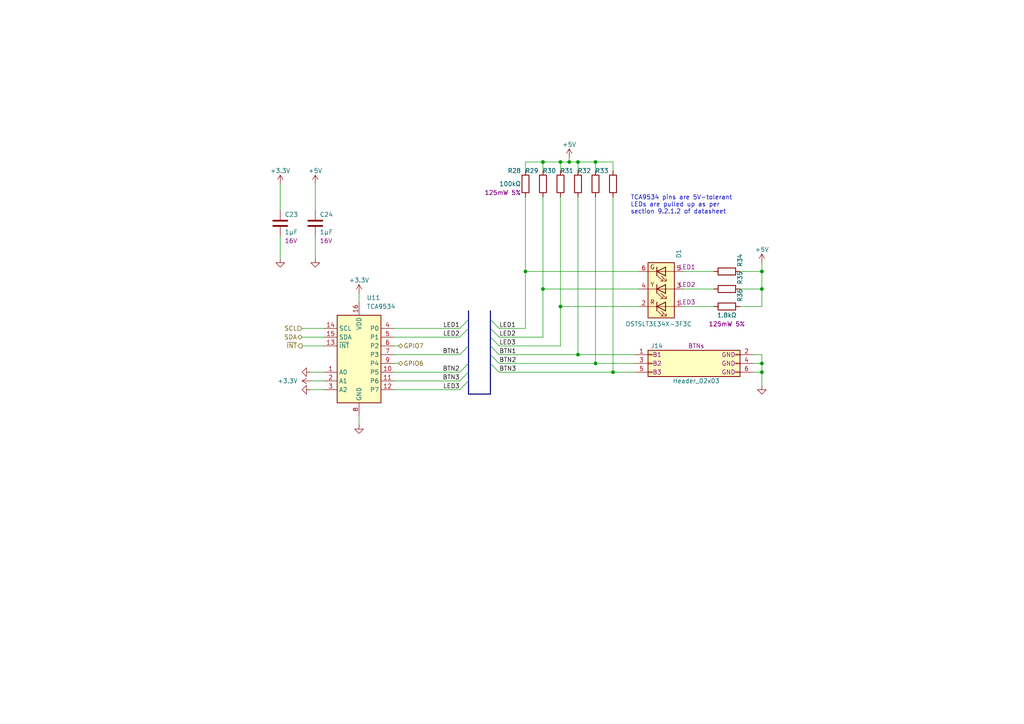
<source format=kicad_sch>
(kicad_sch (version 20231120) (generator "eeschema") (generator_version "8.0")
  (paper "A4")
  (lib_symbols
    (symbol "Device:C" (pin_numbers hide) (pin_names (offset 0.254))
      (property "Reference" "C" (at 0.635 2.54 0))
      (property "Value" "C" (at 0.635 -2.54 0))
      (symbol "C_0_1"
        (polyline (pts (xy -2.032 -0.762) (xy 2.032 -0.762)) (stroke (width 0.508)))
        (polyline (pts (xy -2.032 0.762) (xy 2.032 0.762)) (stroke (width 0.508)))
      )
      (symbol "C_1_1"
        (pin passive line (at 0 3.81 270) (length 2.794) (name "~") (number "1"))
        (pin passive line (at 0 -3.81 90) (length 2.794) (name "~") (number "2"))
      )
    )
    (symbol "Device:R" (pin_numbers hide) (pin_names (offset 0))
      (property "Reference" "R" (at 2.032 0 90))
      (property "Value" "R" (at 0 0 90))
      (symbol "R_0_1"
        (rectangle (start -1.016 -2.54) (end 1.016 2.54) (stroke (width 0.254)))
      )
      (symbol "R_1_1"
        (pin passive line (at 0 3.81 270) (length 1.27) (name "~") (number "1"))
        (pin passive line (at 0 -3.81 90) (length 1.27) (name "~") (number "2"))
      )
    )
    (symbol "Interface_Expansion:TCA9534"
      (property "Reference" "U" (at -6.35 12.7 0))
      (property "Value" "TCA9534" (at 2.54 12.7 0))
      (symbol "TCA9534_0_1"
        (rectangle (start -6.35 -13.97) (end 6.35 11.43) (stroke (width 0.254)) (fill (type background)))
      )
      (symbol "TCA9534_1_1"
        (pin input line (at -10.16 -5.08 0) (length 3.81) (name "A0") (number "1"))
        (pin bidirectional line (at 10.16 -5.08 180) (length 3.81) (name "P5") (number "10"))
        (pin bidirectional line (at 10.16 -7.62 180) (length 3.81) (name "P6") (number "11"))
        (pin bidirectional line (at 10.16 -10.16 180) (length 3.81) (name "P7") (number "12"))
        (pin open_collector line (at -10.16 2.54 0) (length 3.81) (name "~{INT}") (number "13"))
        (pin input line (at -10.16 7.62 0) (length 3.81) (name "SCL") (number "14"))
        (pin bidirectional line (at -10.16 5.08 0) (length 3.81) (name "SDA") (number "15"))
        (pin power_in line (at 0 15.24 270) (length 3.81) (name "VDD") (number "16"))
        (pin input line (at -10.16 -7.62 0) (length 3.81) (name "A1") (number "2"))
        (pin input line (at -10.16 -10.16 0) (length 3.81) (name "A2") (number "3"))
        (pin bidirectional line (at 10.16 7.62 180) (length 3.81) (name "P0") (number "4"))
        (pin bidirectional line (at 10.16 5.08 180) (length 3.81) (name "P1") (number "5"))
        (pin bidirectional line (at 10.16 2.54 180) (length 3.81) (name "P2") (number "6"))
        (pin bidirectional line (at 10.16 0 180) (length 3.81) (name "P3") (number "7"))
        (pin power_in line (at 0 -17.78 90) (length 3.81) (name "GND") (number "8"))
        (pin bidirectional line (at 10.16 -2.54 180) (length 3.81) (name "P4") (number "9"))
      )
    )
    (symbol "conn:Conn_02x03_Odd_Even" (pin_names (offset 1.016) hide)
      (property "Reference" "J" (at -11.43 5.08 0))
      (property "Value" "Conn_02x03_Odd_Even" (at 0 -5.08 0))
      (property "Purpose Pin1" "PIN1" (at -12.7 2.54 0))
      (property "Purpose Pin2" "PIN2" (at 11.43 2.54 0))
      (property "Purpose Pin3" "PIN3" (at -12.7 0 0))
      (property "Purpose Pin4" "PIN4" (at 11.43 0 0))
      (property "Purpose Pin5" "PIN5" (at -12.7 -2.54 0))
      (property "Purpose Pin6" "PIN6" (at 11.43 -2.54 0))
      (property "Purpose" "Header" (at 0 5.08 0))
      (symbol "Conn_02x03_Odd_Even_1_1"
        (rectangle (start -13.97 -2.413) (end -12.7 -2.667) (stroke (width 0.1524)))
        (rectangle (start -13.97 0.127) (end -12.7 -0.127) (stroke (width 0.1524)))
        (rectangle (start -13.97 2.667) (end -12.7 2.413) (stroke (width 0.1524)))
        (rectangle (start -13.97 3.81) (end 12.7 -3.81) (stroke (width 0.254)) (fill (type background)))
        (rectangle (start 12.7 -2.413) (end 11.43 -2.667) (stroke (width 0.1524)))
        (rectangle (start 12.7 0.127) (end 11.43 -0.127) (stroke (width 0.1524)))
        (rectangle (start 12.7 2.667) (end 11.43 2.413) (stroke (width 0.1524)))
        (pin passive line (at -17.78 2.54 0) (length 3.81) (name "Pin_1") (number "1"))
        (pin passive line (at 16.51 2.54 180) (length 3.81) (name "Pin_2") (number "2"))
        (pin passive line (at -17.78 0 0) (length 3.81) (name "Pin_3") (number "3"))
        (pin passive line (at 16.51 0 180) (length 3.81) (name "Pin_4") (number "4"))
        (pin passive line (at -17.78 -2.54 0) (length 3.81) (name "Pin_5") (number "5"))
        (pin passive line (at 16.51 -2.54 180) (length 3.81) (name "Pin_6") (number "6"))
      )
    )
    (symbol "extra:LED_RYG" (pin_names (offset 0) hide)
      (property "Reference" "D" (at 1.27 9.398 0))
      (property "Value" "LED_RYG" (at 1.27 -8.89 0))
      (property "Purpose LED1" "LED1" (at 7.62 6.35 0))
      (property "Purpose LED2" "LED2" (at 7.62 1.27 0))
      (property "Purpose LED3" "LED3" (at 7.62 -3.81 0))
      (symbol "LED_RYG_0_1"
        (rectangle (start -2.54 8.382) (end 5.08 -7.62) (stroke (width 0.254)) (fill (type background)))
        (polyline (pts (xy 0 -5.08) (xy -2.54 -5.08)))
        (polyline (pts (xy 0 -5.08) (xy 2.54 -5.08)))
        (polyline (pts (xy 0 -3.81) (xy 0 -6.35)) (stroke (width 0.254)))
        (polyline (pts (xy 0 0) (xy -2.54 0)))
        (polyline (pts (xy 0 1.27) (xy 0 -1.27)) (stroke (width 0.254)))
        (polyline (pts (xy 0 5.08) (xy -2.54 5.08)))
        (polyline (pts (xy 0 5.08) (xy 2.54 5.08)))
        (polyline (pts (xy 0 6.35) (xy 0 3.81)) (stroke (width 0.254)))
        (polyline (pts (xy 2.54 -5.08) (xy 5.08 -5.08)))
        (polyline (pts (xy 2.54 0) (xy 0 0)))
        (polyline (pts (xy 2.54 0) (xy 5.08 0)))
        (polyline (pts (xy 2.54 5.08) (xy 5.08 5.08)))
        (polyline (pts (xy 2.54 -3.81) (xy 2.54 -6.35) (xy 0 -5.08) (xy 2.54 -3.81)) (stroke (width 0.254)))
        (polyline (pts (xy 2.54 1.27) (xy 2.54 -1.27) (xy 0 0) (xy 2.54 1.27)) (stroke (width 0.254)))
        (polyline (pts (xy 2.54 6.35) (xy 2.54 3.81) (xy 0 5.08) (xy 2.54 6.35)) (stroke (width 0.254)))
        (polyline (pts (xy 0.254 -3.81) (xy 1.778 -2.286) (xy 1.016 -2.286) (xy 1.778 -2.286) (xy 1.778 -3.048)))
        (polyline (pts (xy 0.254 1.27) (xy 1.778 2.794) (xy 1.016 2.794) (xy 1.778 2.794) (xy 1.778 2.032)))
        (polyline (pts (xy 0.254 6.35) (xy 1.778 7.874) (xy 1.016 7.874) (xy 1.778 7.874) (xy 1.778 7.112)))
        (polyline (pts (xy 1.27 -3.81) (xy 2.794 -2.286) (xy 2.032 -2.286) (xy 2.794 -2.286) (xy 2.794 -3.048)))
        (polyline (pts (xy 1.27 1.27) (xy 2.794 2.794) (xy 2.032 2.794) (xy 2.794 2.794) (xy 2.794 2.032)))
        (polyline (pts (xy 1.27 6.35) (xy 2.794 7.874) (xy 2.032 7.874) (xy 2.794 7.874) (xy 2.794 7.112)))
        (rectangle (start 2.54 -1.27) (end 2.54 1.27))
        (rectangle (start 2.54 1.27) (end 2.54 1.27))
        (rectangle (start 2.54 3.81) (end 2.54 6.35))
        (rectangle (start 2.54 6.35) (end 2.54 6.35))
      )
      (symbol "LED_RYG_1_0"
        (text "G" (at -1.27 -6.35 0) (effects (font (size 1.27 1.27))))
        (text "R" (at -1.27 3.81 0) (effects (font (size 1.27 1.27))))
        (text "Y" (at -1.27 -1.27 0) (effects (font (size 1.27 1.27))))
      )
      (symbol "LED_RYG_1_1"
        (pin passive line (at 7.62 5.08 180) (length 2.54) (name "RA") (number "1"))
        (pin passive line (at -5.08 5.08 0) (length 2.54) (name "RK") (number "2"))
        (pin passive line (at 7.62 0 180) (length 2.54) (name "YA") (number "3"))
        (pin passive line (at -5.08 0 0) (length 2.54) (name "YK") (number "4"))
        (pin passive line (at 7.62 -5.08 180) (length 2.54) (name "GA") (number "5"))
        (pin passive line (at -5.08 -5.08 0) (length 2.54) (name "GK") (number "6"))
      )
    )
    (symbol "power:+3.3V" (power) (pin_names (offset 0))
      (property "Value" "+3.3V" (at 0 3.556 0))
      (symbol "+3.3V_0_1"
        (polyline (pts (xy -0.762 1.27) (xy 0 2.54)))
        (polyline (pts (xy 0 0) (xy 0 2.54)))
        (polyline (pts (xy 0 2.54) (xy 0.762 1.27)))
      )
      (symbol "+3.3V_1_1"
        (pin power_in line (at 0 0 90) (length 0) hide (name "+3.3V") (number "1"))
      )
    )
    (symbol "power:+5V" (power) (pin_names (offset 0))
      (property "Value" "+5V" (at 0 3.556 0))
      (symbol "+5V_0_1"
        (polyline (pts (xy -0.762 1.27) (xy 0 2.54)))
        (polyline (pts (xy 0 0) (xy 0 2.54)))
        (polyline (pts (xy 0 2.54) (xy 0.762 1.27)))
      )
      (symbol "+5V_1_1"
        (pin power_in line (at 0 0 90) (length 0) hide (name "+5V") (number "1"))
      )
    )
    (symbol "power:GND" (power) (pin_names (offset 0))
      (property "Value" "GND" (at 0 -3.81 0))
      (symbol "GND_0_1"
        (polyline (pts (xy 0 0) (xy 0 -1.27) (xy 1.27 -1.27) (xy 0 -2.54) (xy -1.27 -1.27) (xy 0 -1.27)))
      )
      (symbol "GND_1_1"
        (pin power_in line (at 0 0 270) (length 0) hide (name "GND") (number "1"))
      )
    )
  )
  (junction (at 172.72 46.99))
  (junction (at 167.64 46.99))
  (junction (at 177.8 107.95))
  (junction (at 162.56 46.99))
  (junction (at 157.48 46.99))
  (junction (at 172.72 105.41))
  (junction (at 152.4 78.74))
  (junction (at 220.98 83.82))
  (junction (at 220.98 105.41))
  (junction (at 220.98 78.74))
  (junction (at 162.56 88.9))
  (junction (at 157.48 83.82))
  (junction (at 165.1 46.99))
  (junction (at 167.64 102.87))
  (junction (at 220.98 107.95))
  (bus_entry (at 135.89 110.49) (size -2.54 2.54))
  (bus_entry (at 144.78 102.87) (size -2.54 -2.54))
  (bus_entry (at 144.78 105.41) (size -2.54 -2.54))
  (bus_entry (at 144.78 97.79) (size -2.54 -2.54))
  (bus_entry (at 135.89 95.25) (size -2.54 2.54))
  (bus_entry (at 135.89 92.71) (size -2.54 2.54))
  (bus_entry (at 135.89 105.41) (size -2.54 2.54))
  (bus_entry (at 144.78 95.25) (size -2.54 -2.54))
  (bus_entry (at 144.78 100.33) (size -2.54 -2.54))
  (bus_entry (at 135.89 107.95) (size -2.54 2.54))
  (bus_entry (at 135.89 100.33) (size -2.54 2.54))
  (bus_entry (at 144.78 107.95) (size -2.54 -2.54))
  (wire (pts (xy 144.78 105.41) (xy 172.72 105.41)))
  (wire (pts (xy 172.72 46.99) (xy 172.72 49.53)))
  (wire (pts (xy 167.64 102.87) (xy 184.15 102.87)))
  (wire (pts (xy 157.48 97.79) (xy 157.48 83.82)))
  (wire (pts (xy 165.1 46.99) (xy 162.56 46.99)))
  (wire (pts (xy 157.48 46.99) (xy 157.48 49.53)))
  (wire (pts (xy 114.3 110.49) (xy 133.35 110.49)))
  (wire (pts (xy 152.4 95.25) (xy 152.4 78.74)))
  (bus (pts (xy 135.89 90.17) (xy 135.89 92.71)))
  (bus (pts (xy 135.89 95.25) (xy 135.89 100.33)))
  (wire (pts (xy 218.44 105.41) (xy 220.98 105.41)))
  (wire (pts (xy 165.1 45.72) (xy 165.1 46.99)))
  (bus (pts (xy 142.24 95.25) (xy 142.24 97.79)))
  (wire (pts (xy 114.3 95.25) (xy 133.35 95.25)))
  (bus (pts (xy 142.24 97.79) (xy 142.24 100.33)))
  (wire (pts (xy 90.17 113.03) (xy 93.98 113.03)))
  (wire (pts (xy 152.4 57.15) (xy 152.4 78.74)))
  (bus (pts (xy 142.24 102.87) (xy 142.24 105.41)))
  (wire (pts (xy 218.44 107.95) (xy 220.98 107.95)))
  (wire (pts (xy 172.72 46.99) (xy 167.64 46.99)))
  (bus (pts (xy 135.89 105.41) (xy 135.89 107.95)))
  (wire (pts (xy 87.63 97.79) (xy 93.98 97.79)))
  (wire (pts (xy 91.44 68.58) (xy 91.44 74.93)))
  (wire (pts (xy 214.63 78.74) (xy 220.98 78.74)))
  (wire (pts (xy 207.01 83.82) (xy 198.12 83.82)))
  (wire (pts (xy 167.64 57.15) (xy 167.64 102.87)))
  (wire (pts (xy 144.78 95.25) (xy 152.4 95.25)))
  (wire (pts (xy 177.8 107.95) (xy 184.15 107.95)))
  (wire (pts (xy 144.78 97.79) (xy 157.48 97.79)))
  (wire (pts (xy 162.56 46.99) (xy 162.56 49.53)))
  (bus (pts (xy 135.89 107.95) (xy 135.89 110.49)))
  (bus (pts (xy 135.89 100.33) (xy 135.89 105.41)))
  (bus (pts (xy 142.24 100.33) (xy 142.24 102.87)))
  (wire (pts (xy 104.14 85.09) (xy 104.14 87.63)))
  (bus (pts (xy 135.89 110.49) (xy 135.89 114.3)))
  (wire (pts (xy 144.78 100.33) (xy 162.56 100.33)))
  (wire (pts (xy 177.8 57.15) (xy 177.8 107.95)))
  (wire (pts (xy 114.3 97.79) (xy 133.35 97.79)))
  (wire (pts (xy 177.8 46.99) (xy 172.72 46.99)))
  (wire (pts (xy 90.17 110.49) (xy 93.98 110.49)))
  (wire (pts (xy 114.3 100.33) (xy 115.57 100.33)))
  (wire (pts (xy 157.48 46.99) (xy 152.4 46.99)))
  (wire (pts (xy 81.28 68.58) (xy 81.28 74.93)))
  (bus (pts (xy 135.89 92.71) (xy 135.89 95.25)))
  (wire (pts (xy 172.72 105.41) (xy 184.15 105.41)))
  (bus (pts (xy 135.89 114.3) (xy 142.24 114.3)))
  (wire (pts (xy 114.3 105.41) (xy 115.57 105.41)))
  (wire (pts (xy 220.98 76.2) (xy 220.98 78.74)))
  (wire (pts (xy 87.63 95.25) (xy 93.98 95.25)))
  (wire (pts (xy 220.98 83.82) (xy 220.98 88.9)))
  (wire (pts (xy 162.56 46.99) (xy 157.48 46.99)))
  (wire (pts (xy 144.78 102.87) (xy 167.64 102.87)))
  (wire (pts (xy 177.8 49.53) (xy 177.8 46.99)))
  (wire (pts (xy 157.48 83.82) (xy 185.42 83.82)))
  (wire (pts (xy 87.63 100.33) (xy 93.98 100.33)))
  (wire (pts (xy 91.44 53.34) (xy 91.44 60.96)))
  (wire (pts (xy 207.01 88.9) (xy 198.12 88.9)))
  (wire (pts (xy 167.64 46.99) (xy 167.64 49.53)))
  (wire (pts (xy 104.14 120.65) (xy 104.14 123.19)))
  (wire (pts (xy 162.56 100.33) (xy 162.56 88.9)))
  (wire (pts (xy 90.17 107.95) (xy 93.98 107.95)))
  (bus (pts (xy 142.24 92.71) (xy 142.24 95.25)))
  (wire (pts (xy 162.56 57.15) (xy 162.56 88.9)))
  (wire (pts (xy 220.98 102.87) (xy 218.44 102.87)))
  (wire (pts (xy 220.98 105.41) (xy 220.98 102.87)))
  (wire (pts (xy 114.3 107.95) (xy 133.35 107.95)))
  (wire (pts (xy 152.4 78.74) (xy 185.42 78.74)))
  (wire (pts (xy 207.01 78.74) (xy 198.12 78.74)))
  (wire (pts (xy 167.64 46.99) (xy 165.1 46.99)))
  (wire (pts (xy 81.28 53.34) (xy 81.28 60.96)))
  (wire (pts (xy 114.3 102.87) (xy 133.35 102.87)))
  (wire (pts (xy 157.48 57.15) (xy 157.48 83.82)))
  (wire (pts (xy 220.98 111.76) (xy 220.98 107.95)))
  (wire (pts (xy 144.78 107.95) (xy 177.8 107.95)))
  (wire (pts (xy 172.72 57.15) (xy 172.72 105.41)))
  (wire (pts (xy 152.4 46.99) (xy 152.4 49.53)))
  (wire (pts (xy 214.63 88.9) (xy 220.98 88.9)))
  (bus (pts (xy 142.24 90.17) (xy 142.24 92.71)))
  (wire (pts (xy 162.56 88.9) (xy 185.42 88.9)))
  (bus (pts (xy 142.24 105.41) (xy 142.24 114.3)))
  (wire (pts (xy 114.3 113.03) (xy 133.35 113.03)))
  (wire (pts (xy 220.98 78.74) (xy 220.98 83.82)))
  (wire (pts (xy 214.63 83.82) (xy 220.98 83.82)))
  (wire (pts (xy 220.98 107.95) (xy 220.98 105.41)))
  (text "TCA9534 pins are 5V-tolerant\nLEDs are pulled up as per\nsection 9.2.1.2 of datasheet" (at 182.88 62.23 0) (effects (font (size 1.27 1.27)) (justify left bottom)))
  (label "LED1" (at 133.35 95.25 180))
  (label "LED1" (at 144.78 95.25 0))
  (label "BTN1" (at 144.78 102.87 0))
  (label "LED3" (at 133.35 113.03 180))
  (label "LED3" (at 144.78 100.33 0))
  (label "BTN1" (at 133.35 102.87 180))
  (label "LED2" (at 133.35 97.79 180))
  (label "BTN3" (at 144.78 107.95 0))
  (label "LED2" (at 144.78 97.79 0))
  (label "BTN3" (at 133.35 110.49 180))
  (label "BTN2" (at 133.35 107.95 180))
  (label "BTN2" (at 144.78 105.41 0))
  (hierarchical_label "GPIO7" (shape tri_state) (at 115.57 100.33 0))
  (hierarchical_label "GPIO6" (shape tri_state) (at 115.57 105.41 0))
  (hierarchical_label "~{INT}" (shape output) (at 87.63 100.33 180))
  (hierarchical_label "SCL" (shape input) (at 87.63 95.25 180))
  (hierarchical_label "SDA" (shape bidirectional) (at 87.63 97.79 180))
  (symbol (lib_id "power:+3.3V") (at 90.17 110.49 90) (unit 1)
    (property "Reference" "#PWR051" (effects (hide yes)))
    (property "Value" "+3.3V" (at 86.36 110.49 90) (effects (justify left)))
  )
  (symbol (lib_id "Device:C") (at 91.44 64.77 0) (unit 1)
    (property "Reference" "C24" (at 92.71 62.23 0) (effects (justify left)))
    (property "Value" "1μF" (at 92.71 67.31 0) (effects (justify left)))
    (property "Footprint" "Capacitor_SMD:C_0805_2012Metric" (effects (hide yes)))
    (property "Info" "16V" (at 92.71 69.85 0) (effects (justify left)))
    (property "Shop" "https://store.comet.bg/Catalogue/Product/16789/" (effects (hide yes)))
    (property "LCSC" "C28323" (effects (hide yes)))
  )
  (symbol (lib_id "extra:LED_RYG") (at 190.5 83.82 0) (mirror x) (unit 1)
    (property "Reference" "D1" (at 196.85 74.93 90) (effects (justify right)))
    (property "Value" "OSTSLT3E34X-3F3C" (at 200.66 93.98 0) (effects (justify right)))
    (property "Footprint" "extra:OSTSLT3E34X-3F3C" (effects (hide yes)))
    (property "Purpose LED1" "LED1" (at 196.85 77.47 0) (effects (justify left)))
    (property "Purpose LED2" "LED2" (at 196.85 82.55 0) (effects (justify left)))
    (property "Purpose LED3" "LED3" (at 196.85 87.63 0) (effects (justify left)))
    (property "Shop" "https://www.tme.eu/en/details/ostslt3e34x-3f3c/led-pcb-indicators/optosupply/" (effects (hide yes)))
  )
  (symbol (lib_id "power:+5V") (at 220.98 76.2 0) (mirror y) (unit 1)
    (property "Reference" "#PWR058" (effects (hide yes)))
    (property "Value" "+5V" (at 220.98 72.39 0))
  )
  (symbol (lib_id "power:+3.3V") (at 104.14 85.09 0) (unit 1)
    (property "Reference" "#PWR055" (effects (hide yes)))
    (property "Value" "+3.3V" (at 104.14 81.28 0))
  )
  (symbol (lib_id "Device:R") (at 210.82 78.74 90) (mirror x) (unit 1)
    (property "Reference" "R34" (at 214.63 77.47 0) (effects (justify right)))
    (property "Value" "1.8kΩ" (at 210.82 91.44 90))
    (property "Footprint" "Resistor_SMD:R_0805_2012Metric" (effects (hide yes)))
    (property "Info" "125mW 5%" (at 210.82 93.98 90))
    (property "Shop" "https://store.comet.bg/Catalogue/Product/3637/" (effects (hide yes)))
    (property "LCSC" "C17398" (effects (hide yes)))
  )
  (symbol (lib_id "power:+3.3V") (at 81.28 53.34 0) (unit 1)
    (property "Reference" "#PWR048" (effects (hide yes)))
    (property "Value" "+3.3V" (at 81.28 49.53 0))
  )
  (symbol (lib_id "power:+5V") (at 91.44 53.34 0) (unit 1)
    (property "Reference" "#PWR053" (effects (hide yes)))
    (property "Value" "+5V" (at 91.44 49.53 0))
  )
  (symbol (lib_id "power:GND") (at 104.14 123.19 0) (unit 1)
    (property "Reference" "#PWR056" (effects (hide yes)))
    (property "Value" "GND" (effects (hide yes)))
  )
  (symbol (lib_id "Device:R") (at 210.82 83.82 90) (mirror x) (unit 1)
    (property "Reference" "R35" (at 214.63 82.55 0) (effects (justify right)))
    (property "Value" "1.8kΩ" (effects (hide yes)))
    (property "Footprint" "Resistor_SMD:R_0805_2012Metric" (effects (hide yes)))
    (property "Info" "125mW 5%" (effects (hide yes)))
    (property "Shop" "https://store.comet.bg/Catalogue/Product/3637/" (effects (hide yes)))
    (property "LCSC" "C17398" (effects (hide yes)))
  )
  (symbol (lib_id "power:+5V") (at 165.1 45.72 0) (mirror y) (unit 1)
    (property "Reference" "#PWR057" (effects (hide yes)))
    (property "Value" "+5V" (at 165.1 41.91 0))
  )
  (symbol (lib_id "Device:R") (at 157.48 53.34 0) (mirror x) (unit 1)
    (property "Reference" "R29" (at 156.21 49.53 0) (effects (justify right)))
    (property "Value" "100kΩ" (effects (hide yes)))
    (property "Footprint" "Resistor_SMD:R_0805_2012Metric" (effects (hide yes)))
    (property "Info" "125mW 5%" (effects (hide yes)))
    (property "Shop" "https://store.comet.bg/Catalogue/Product/29105/" (effects (hide yes)))
    (property "LCSC" "C149504" (effects (hide yes)))
  )
  (symbol (lib_id "power:GND") (at 90.17 107.95 270) (unit 1)
    (property "Reference" "#PWR050" (effects (hide yes)))
    (property "Value" "GND" (effects (hide yes)))
  )
  (symbol (lib_id "Device:R") (at 162.56 53.34 0) (mirror x) (unit 1)
    (property "Reference" "R30" (at 161.29 49.53 0) (effects (justify right)))
    (property "Value" "100kΩ" (effects (hide yes)))
    (property "Footprint" "Resistor_SMD:R_0805_2012Metric" (effects (hide yes)))
    (property "Info" "125mW 5%" (effects (hide yes)))
    (property "Shop" "https://store.comet.bg/Catalogue/Product/29105/" (effects (hide yes)))
    (property "LCSC" "C149504" (effects (hide yes)))
  )
  (symbol (lib_id "Device:R") (at 167.64 53.34 0) (mirror x) (unit 1)
    (property "Reference" "R31" (at 166.37 49.53 0) (effects (justify right)))
    (property "Value" "100kΩ" (effects (hide yes)))
    (property "Footprint" "Resistor_SMD:R_0805_2012Metric" (effects (hide yes)))
    (property "Info" "125mW 5%" (effects (hide yes)))
    (property "Shop" "https://store.comet.bg/Catalogue/Product/29105/" (effects (hide yes)))
    (property "LCSC" "C149504" (effects (hide yes)))
  )
  (symbol (lib_id "Device:R") (at 210.82 88.9 90) (mirror x) (unit 1)
    (property "Reference" "R36" (at 214.63 87.63 0) (effects (justify right)))
    (property "Value" "1.8kΩ" (effects (hide yes)))
    (property "Footprint" "Resistor_SMD:R_0805_2012Metric" (effects (hide yes)))
    (property "Info" "125mW 5%" (effects (hide yes)))
    (property "Shop" "https://store.comet.bg/Catalogue/Product/3637/" (effects (hide yes)))
    (property "LCSC" "C17398" (effects (hide yes)))
  )
  (symbol (lib_id "conn:Conn_02x03_Odd_Even") (at 201.93 105.41 0) (unit 1)
    (property "Reference" "J14" (at 190.5 100.33 0))
    (property "Value" "Header_02x03" (at 201.93 110.49 0))
    (property "Footprint" "conn:PinHeader_2x03_P2.54mm_Vertical" (effects (hide yes)))
    (property "Purpose Pin1" "B1" (at 189.23 102.87 0) (effects (justify left)))
    (property "Purpose Pin2" "GND" (at 213.36 102.87 0) (effects (justify right)))
    (property "Purpose Pin3" "B2" (at 189.23 105.41 0) (effects (justify left)))
    (property "Purpose Pin4" "GND" (at 213.36 105.41 0) (effects (justify right)))
    (property "Purpose Pin5" "B3" (at 189.23 107.95 0) (effects (justify left)))
    (property "Purpose Pin6" "GND" (at 213.36 107.95 0) (effects (justify right)))
    (property "Purpose" "BTNs" (at 201.93 100.33 0))
    (property "Shop" "https://store.comet.bg/Catalogue/Product/17185/" (effects (hide yes)))
  )
  (symbol (lib_id "Device:R") (at 172.72 53.34 0) (mirror x) (unit 1)
    (property "Reference" "R32" (at 171.45 49.53 0) (effects (justify right)))
    (property "Value" "100kΩ" (effects (hide yes)))
    (property "Footprint" "Resistor_SMD:R_0805_2012Metric" (effects (hide yes)))
    (property "Info" "125mW 5%" (effects (hide yes)))
    (property "Shop" "https://store.comet.bg/Catalogue/Product/29105/" (effects (hide yes)))
    (property "LCSC" "C149504" (effects (hide yes)))
  )
  (symbol (lib_id "power:GND") (at 81.28 74.93 0) (unit 1)
    (property "Reference" "#PWR049" (effects (hide yes)))
    (property "Value" "GND" (effects (hide yes)))
  )
  (symbol (lib_id "power:GND") (at 220.98 111.76 0) (unit 1)
    (property "Reference" "#PWR059" (effects (hide yes)))
    (property "Value" "GND" (effects (hide yes)))
  )
  (symbol (lib_id "power:GND") (at 91.44 74.93 0) (unit 1)
    (property "Reference" "#PWR054" (effects (hide yes)))
    (property "Value" "GND" (effects (hide yes)))
  )
  (symbol (lib_id "power:GND") (at 90.17 113.03 270) (unit 1)
    (property "Reference" "#PWR052" (effects (hide yes)))
    (property "Value" "GND" (effects (hide yes)))
  )
  (symbol (lib_id "Device:C") (at 81.28 64.77 0) (unit 1)
    (property "Reference" "C23" (at 82.55 62.23 0) (effects (justify left)))
    (property "Value" "1μF" (at 82.55 67.31 0) (effects (justify left)))
    (property "Footprint" "Capacitor_SMD:C_0805_2012Metric" (effects (hide yes)))
    (property "Info" "16V" (at 82.55 69.85 0) (effects (justify left)))
    (property "Shop" "https://store.comet.bg/Catalogue/Product/16789/" (effects (hide yes)))
    (property "LCSC" "C28323" (effects (hide yes)))
  )
  (symbol (lib_id "Device:R") (at 152.4 53.34 0) (mirror x) (unit 1)
    (property "Reference" "R28" (at 151.13 49.53 0) (effects (justify right)))
    (property "Value" "100kΩ" (at 151.13 53.34 0) (effects (justify right)))
    (property "Footprint" "Resistor_SMD:R_0805_2012Metric" (effects (hide yes)))
    (property "Info" "125mW 5%" (at 151.13 55.88 0) (effects (justify right)))
    (property "Shop" "https://store.comet.bg/Catalogue/Product/29105/" (effects (hide yes)))
    (property "LCSC" "C149504" (effects (hide yes)))
  )
  (symbol (lib_id "Device:R") (at 177.8 53.34 0) (mirror x) (unit 1)
    (property "Reference" "R33" (at 176.53 49.53 0) (effects (justify right)))
    (property "Value" "100kΩ" (effects (hide yes)))
    (property "Footprint" "Resistor_SMD:R_0805_2012Metric" (effects (hide yes)))
    (property "Info" "125mW 5%" (effects (hide yes)))
    (property "Shop" "https://store.comet.bg/Catalogue/Product/29105/" (effects (hide yes)))
    (property "LCSC" "C149504" (effects (hide yes)))
  )
  (symbol (lib_id "Interface_Expansion:TCA9534") (at 104.14 102.87 0) (unit 1)
    (property "Reference" "U11" (at 106.3341 86.36 0) (effects (justify left)))
    (property "Value" "TCA9534" (at 106.3341 88.9 0) (effects (justify left)))
    (property "Footprint" "Package_SO:SOIC-16W_7.5x10.3mm_P1.27mm" (effects (hide yes)))
    (property "Datasheet" "http://www.ti.com/lit/ds/symlink/tca9534.pdf" (effects (hide yes)))
    (property "Shop" "https://eu.mouser.com/ProductDetail/Texas-Instruments/TCA9534DWR?qs=0C8XhJW8e4qbMJz3FH5M3A%3D%3D" (effects (hide yes)))
    (property "LCSC" "C2870609" (effects (hide yes)))
  )
)
</source>
